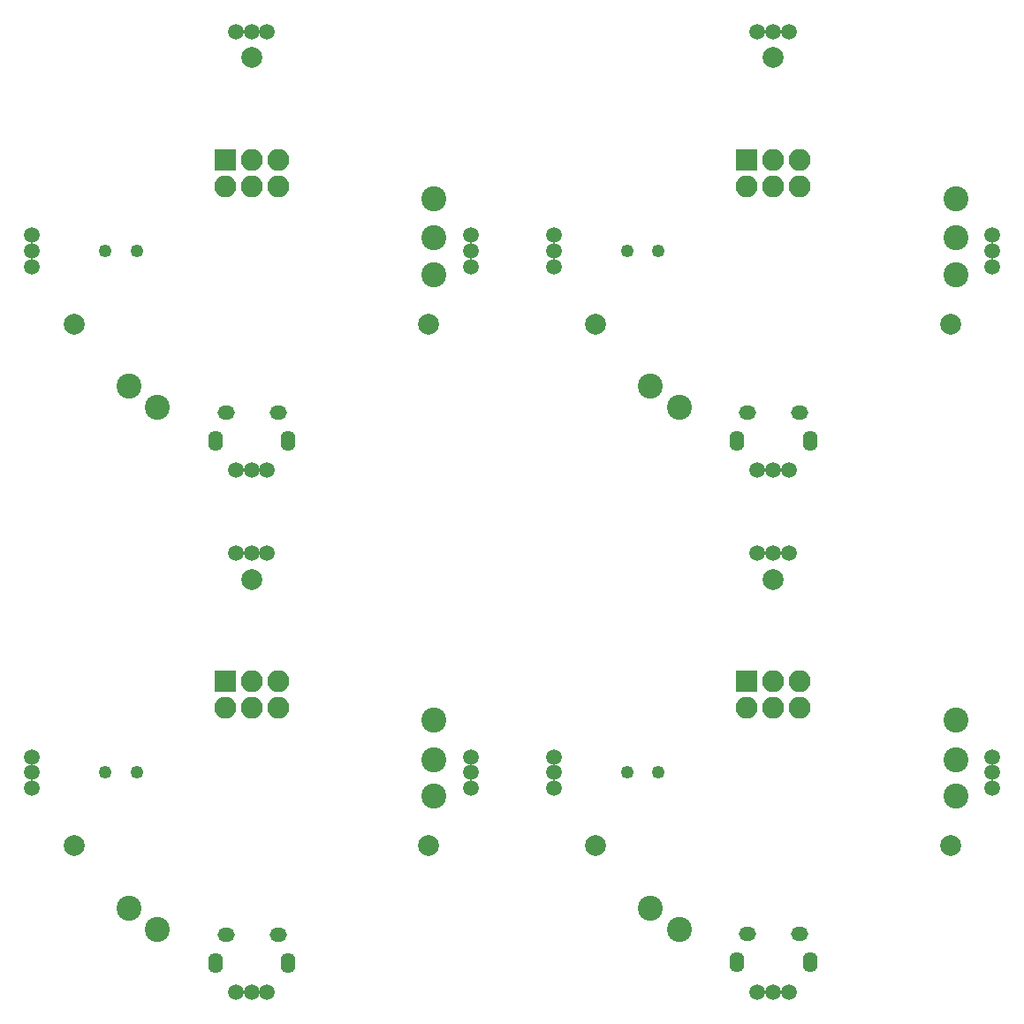
<source format=gbs>
G04 #@! TF.FileFunction,Soldermask,Bot*
%FSLAX46Y46*%
G04 Gerber Fmt 4.6, Leading zero omitted, Abs format (unit mm)*
G04 Created by KiCad (PCBNEW 4.0.7) date Sunday 01 April 2018 'à' 11:57:02*
%MOMM*%
%LPD*%
G01*
G04 APERTURE LIST*
%ADD10C,0.100000*%
%ADD11O,1.650000X1.350000*%
%ADD12O,1.400000X1.950000*%
%ADD13C,1.500000*%
%ADD14C,2.000000*%
%ADD15C,2.400000*%
%ADD16R,2.100000X2.100000*%
%ADD17O,2.100000X2.100000*%
%ADD18C,1.250000*%
G04 APERTURE END LIST*
D10*
D11*
X192549100Y-100512460D03*
X197549100Y-100512460D03*
D12*
X191549100Y-103212460D03*
X198549100Y-103212460D03*
D11*
X142549100Y-100512460D03*
X147549100Y-100512460D03*
D12*
X141549100Y-103212460D03*
X148549100Y-103212460D03*
D11*
X142549100Y-150512460D03*
X147549100Y-150512460D03*
D12*
X141549100Y-153212460D03*
X148549100Y-153212460D03*
D13*
X143500000Y-114000000D03*
X193500000Y-114000000D03*
X193500000Y-64000000D03*
D14*
X212000000Y-142000000D03*
X162000000Y-142000000D03*
X212000000Y-92000000D03*
D13*
X196500000Y-156000000D03*
X146500000Y-156000000D03*
X196500000Y-106000000D03*
X193500000Y-156000000D03*
X143500000Y-156000000D03*
X193500000Y-106000000D03*
X195000000Y-156000000D03*
X145000000Y-156000000D03*
X195000000Y-106000000D03*
D15*
X212500000Y-133750000D03*
X162500000Y-133750000D03*
X212500000Y-83750000D03*
D13*
X216000000Y-135000000D03*
X166000000Y-135000000D03*
X216000000Y-85000000D03*
D15*
X212500000Y-137250000D03*
X162500000Y-137250000D03*
X212500000Y-87250000D03*
D13*
X216000000Y-136500000D03*
X166000000Y-136500000D03*
X216000000Y-86500000D03*
D15*
X212500000Y-130000000D03*
X162500000Y-130000000D03*
X212500000Y-80000000D03*
D13*
X216000000Y-133500000D03*
X166000000Y-133500000D03*
X216000000Y-83500000D03*
D16*
X192460000Y-126250000D03*
D17*
X192460000Y-128790000D03*
X195000000Y-126250000D03*
X195000000Y-128790000D03*
X197540000Y-126250000D03*
X197540000Y-128790000D03*
D16*
X142460000Y-126250000D03*
D17*
X142460000Y-128790000D03*
X145000000Y-126250000D03*
X145000000Y-128790000D03*
X147540000Y-126250000D03*
X147540000Y-128790000D03*
D16*
X192460000Y-76250000D03*
D17*
X192460000Y-78790000D03*
X195000000Y-76250000D03*
X195000000Y-78790000D03*
X197540000Y-76250000D03*
X197540000Y-78790000D03*
D13*
X196500000Y-114000000D03*
X146500000Y-114000000D03*
X196500000Y-64000000D03*
X195000000Y-114000000D03*
X145000000Y-114000000D03*
X195000000Y-64000000D03*
D14*
X195000000Y-116500000D03*
X145000000Y-116500000D03*
X195000000Y-66500000D03*
D15*
X183250000Y-148000000D03*
X133250000Y-148000000D03*
X183250000Y-98000000D03*
X186000000Y-150000000D03*
X136000000Y-150000000D03*
X186000000Y-100000000D03*
D18*
X184000000Y-135000000D03*
X181000000Y-135000000D03*
X134000000Y-135000000D03*
X131000000Y-135000000D03*
X184000000Y-85000000D03*
X181000000Y-85000000D03*
D13*
X174000000Y-133500000D03*
X124000000Y-133500000D03*
X174000000Y-83500000D03*
X174000000Y-135000000D03*
X124000000Y-135000000D03*
X174000000Y-85000000D03*
X174000000Y-136500000D03*
X124000000Y-136500000D03*
X174000000Y-86500000D03*
D14*
X178000000Y-142000000D03*
X128000000Y-142000000D03*
X178000000Y-92000000D03*
X145000000Y-66500000D03*
X162000000Y-92000000D03*
X128000000Y-92000000D03*
D13*
X166000000Y-86500000D03*
X166000000Y-83500000D03*
X166000000Y-85000000D03*
X146500000Y-106000000D03*
X145000000Y-106000000D03*
X143500000Y-106000000D03*
X124000000Y-86500000D03*
X124000000Y-85000000D03*
X124000000Y-83500000D03*
X146500000Y-64000000D03*
X145000000Y-64000000D03*
D16*
X142460000Y-76250000D03*
D17*
X142460000Y-78790000D03*
X145000000Y-76250000D03*
X145000000Y-78790000D03*
X147540000Y-76250000D03*
X147540000Y-78790000D03*
D15*
X133250000Y-98000000D03*
X162500000Y-87250000D03*
X162500000Y-83750000D03*
X162500000Y-80000000D03*
X136000000Y-100000000D03*
D18*
X134000000Y-85000000D03*
X131000000Y-85000000D03*
D13*
X143500000Y-64000000D03*
D11*
X192549100Y-150487460D03*
X197549100Y-150487460D03*
D12*
X191549100Y-153187460D03*
X198549100Y-153187460D03*
M02*

</source>
